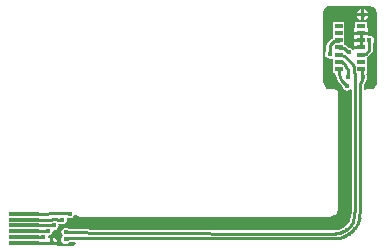
<source format=gbr>
%TF.GenerationSoftware,Altium Limited,Altium Designer,21.8.1 (53)*%
G04 Layer_Physical_Order=2*
G04 Layer_Color=16711680*
%FSLAX45Y45*%
%MOMM*%
%TF.SameCoordinates,7374835A-4B4A-4399-96A1-91FF428CB2AC*%
%TF.FilePolarity,Positive*%
%TF.FileFunction,Copper,L2,Bot,Signal*%
%TF.Part,Single*%
G01*
G75*
%TA.AperFunction,Conductor*%
%ADD11C,0.25400*%
%TA.AperFunction,SMDPad,CuDef*%
%ADD13R,2.50000X0.30000*%
%TA.AperFunction,ViaPad*%
%ADD17C,0.45000*%
%TA.AperFunction,ConnectorPad*%
%ADD18R,0.66000X0.40000*%
G36*
X2746270Y2061182D02*
X2746289Y2061185D01*
X2746307Y2061182D01*
X3072008Y2061182D01*
X3072018Y2061184D01*
X3072029Y2061182D01*
X3078717Y2061187D01*
X3091838Y2058587D01*
X3104198Y2053475D01*
X3115321Y2046046D01*
X3124777Y2036590D01*
X3132205Y2025468D01*
X3137318Y2013108D01*
X3139917Y1999989D01*
X3139911Y1993303D01*
X3139913Y1993290D01*
X3139911Y1993278D01*
X3139908Y1408343D01*
X3139908Y1408339D01*
X3139908Y1408336D01*
X3139910Y1400809D01*
X3136305Y1386196D01*
X3129302Y1372876D01*
X3119308Y1361624D01*
X3113710Y1357775D01*
X3112197Y1356856D01*
X3107618Y1354868D01*
X3102809Y1353522D01*
X3097861Y1352842D01*
X3095366Y1352843D01*
X3095365Y1352842D01*
X3095364Y1352843D01*
X3056947Y1352842D01*
X3047036Y1350871D01*
X3043096Y1348238D01*
X3033646Y1351529D01*
X3030396Y1354046D01*
X3030396Y1376887D01*
X3031406Y1389572D01*
X3031433Y1389637D01*
X3031432Y1389638D01*
X3036309Y1399814D01*
X3040773Y1405148D01*
X3043034Y1409114D01*
X3045572Y1412912D01*
X3045771Y1413915D01*
X3046278Y1414803D01*
X3046850Y1419336D01*
X3047740Y1423814D01*
Y1425766D01*
X3050212Y1427418D01*
X3058553Y1439902D01*
X3061483Y1454627D01*
X3058553Y1469352D01*
X3052263Y1478768D01*
X3052894Y1480491D01*
X3057748Y1491468D01*
X3057748Y1491468D01*
X3057747Y1491468D01*
Y1551468D01*
Y1627196D01*
X3060222Y1627689D01*
X3069464Y1633864D01*
X3100391Y1664790D01*
X3100391Y1664791D01*
X3106567Y1674033D01*
X3108735Y1684935D01*
X3108735Y1684936D01*
Y1742804D01*
X3115798Y1753375D01*
X3118727Y1768100D01*
X3115798Y1782825D01*
X3107457Y1795309D01*
X3094973Y1803650D01*
X3080248Y1806579D01*
X3077725Y1806077D01*
X3068062Y1814008D01*
X2951107D01*
Y1781308D01*
Y1779407D01*
X3009507D01*
Y1754007D01*
X2951107D01*
Y1719408D01*
X3009507D01*
Y1694008D01*
X2951107D01*
Y1690377D01*
X2939333Y1682863D01*
X2938407Y1682985D01*
X2930640Y1694611D01*
X2918156Y1702952D01*
X2903431Y1705881D01*
X2900597Y1705317D01*
X2886363Y1719551D01*
X2877121Y1725727D01*
X2867747Y1727591D01*
Y1851467D01*
Y1921947D01*
X2771267D01*
Y1851467D01*
Y1786219D01*
X2768792Y1785726D01*
X2759550Y1779551D01*
X2759550Y1779550D01*
X2724843Y1744844D01*
X2718668Y1735602D01*
X2716500Y1724701D01*
X2716500Y1724699D01*
Y1678882D01*
X2716091Y1678609D01*
X2707750Y1666125D01*
X2704821Y1651400D01*
X2707750Y1636675D01*
X2716091Y1624191D01*
X2728575Y1615850D01*
X2743300Y1612921D01*
X2758025Y1615850D01*
X2758567Y1616212D01*
X2767081Y1613031D01*
X2771267Y1609424D01*
Y1491468D01*
X2782685D01*
X2785381Y1488664D01*
X2791024Y1482183D01*
X2792155Y1476980D01*
X2793206Y1471741D01*
X2793336Y1471547D01*
X2793385Y1471322D01*
X2815237Y1421084D01*
X2817965Y1417152D01*
X2820472Y1413076D01*
X2851623Y1379487D01*
X2854450Y1365275D01*
X2862791Y1352791D01*
X2875275Y1344450D01*
X2890000Y1341521D01*
X2904725Y1344450D01*
X2916944Y1352614D01*
X2918639Y1352302D01*
X2929644Y1348541D01*
Y340617D01*
X2928812Y321346D01*
X2928907Y320729D01*
X2928785Y320118D01*
Y312411D01*
X2928951Y311579D01*
X2925162Y273111D01*
X2917534Y247964D01*
X2917459Y247935D01*
X2917186Y247278D01*
X2916285Y245567D01*
X2911494Y236528D01*
X2900625Y218453D01*
X2898883Y216239D01*
X2882942Y200532D01*
X2882877Y200470D01*
X2873194Y192365D01*
X2865086Y185718D01*
X2857280Y180143D01*
X2847007Y174473D01*
X2846687Y174341D01*
X2845624Y173820D01*
X2836374Y169454D01*
X2827937Y166523D01*
X2827452Y166323D01*
X2818974Y163536D01*
X2809600Y161681D01*
X2809117Y161481D01*
X2795494Y159688D01*
X2794542Y159877D01*
X1902179D01*
X1578017Y163591D01*
X1577940Y163577D01*
X1577865Y163593D01*
X1577574Y163595D01*
X1577487Y163578D01*
X1577400Y163595D01*
X878248D01*
X537143Y170288D01*
X525815Y177856D01*
X511090Y180785D01*
X496365Y177856D01*
X483881Y169515D01*
X475540Y157031D01*
X472611Y142306D01*
X475540Y127581D01*
X483881Y115097D01*
X477275Y104237D01*
X471990Y96327D01*
X469061Y81602D01*
X471990Y66876D01*
X480332Y54393D01*
X492815Y46051D01*
X507541Y43122D01*
X522266Y46051D01*
X534750Y54393D01*
X539300Y61204D01*
X540885Y62262D01*
X588784D01*
X593699Y50552D01*
X569503Y25896D01*
X446022Y25896D01*
X438091Y36690D01*
X390000D01*
Y49390D01*
X377300D01*
Y95702D01*
X371310Y94511D01*
X369834Y93524D01*
X358139Y99830D01*
X358139Y99831D01*
X358142Y99854D01*
X358143Y99858D01*
X358144Y99863D01*
X360476Y111996D01*
X375201Y114925D01*
X387685Y123266D01*
X396026Y135750D01*
X398955Y150475D01*
X398442Y153053D01*
X407422Y162034D01*
X410000Y161521D01*
X424725Y164450D01*
X437209Y172791D01*
X445550Y185275D01*
X448479Y200000D01*
X446726Y208812D01*
X448318Y211346D01*
X464165Y215191D01*
X465275Y214450D01*
X480000Y211521D01*
X494725Y214450D01*
X507209Y222791D01*
X515550Y235275D01*
X518479Y250000D01*
X516671Y259093D01*
X528100Y266730D01*
X532346Y263894D01*
X547072Y260964D01*
X561797Y263894D01*
X574281Y272235D01*
X582622Y284718D01*
X583961Y291455D01*
X597742Y295635D01*
X611211Y282166D01*
X619612Y276552D01*
X629523Y274581D01*
X2745466Y274582D01*
X2746717Y274831D01*
X2747985Y274705D01*
X2757072Y275593D01*
X2760716Y276695D01*
X2764451Y277436D01*
X2781244Y284383D01*
X2781248Y284385D01*
X2781251Y284386D01*
X2785363Y287132D01*
X2789649Y289993D01*
X2789651Y289996D01*
X2789654Y289998D01*
X2802507Y302846D01*
X2802510Y302850D01*
X2802513Y302852D01*
X2805302Y307027D01*
X2808123Y311247D01*
X2808124Y311251D01*
X2808126Y311254D01*
X2815079Y328045D01*
X2815821Y331779D01*
X2816925Y335424D01*
X2817817Y344511D01*
X2817691Y345784D01*
X2817940Y347038D01*
X2817997Y1317897D01*
X2816026Y1327808D01*
X2810412Y1336210D01*
X2799740Y1346883D01*
X2799739Y1346884D01*
X2795551Y1349683D01*
X2791339Y1352497D01*
X2781428Y1354469D01*
X2724460D01*
X2724101Y1354489D01*
X2721973Y1354960D01*
X2719949Y1355767D01*
X2718079Y1356889D01*
X2717796Y1357128D01*
X2711418Y1363157D01*
X2700541Y1378717D01*
X2693032Y1396155D01*
X2689201Y1414749D01*
X2689204Y1424243D01*
X2689203Y1424247D01*
X2689204Y1424251D01*
X2689204Y2004078D01*
X2689200Y2004098D01*
X2689204Y2004117D01*
X2689196Y2009739D01*
X2691377Y2020770D01*
X2695674Y2031164D01*
X2701917Y2040515D01*
X2709870Y2048468D01*
X2719222Y2054712D01*
X2729615Y2059008D01*
X2740648Y2061190D01*
X2746270Y2061182D01*
D02*
G37*
%LPC*%
G36*
X3034200Y2029712D02*
Y1996100D01*
X3067812D01*
X3066621Y2002089D01*
X3056034Y2017934D01*
X3040189Y2028521D01*
X3034200Y2029712D01*
D02*
G37*
G36*
X3008800D02*
X3002810Y2028521D01*
X2986966Y2017934D01*
X2976379Y2002089D01*
X2975188Y1996100D01*
X3008800D01*
Y2029712D01*
D02*
G37*
G36*
X3067812Y1970700D02*
X3034200D01*
Y1937088D01*
X3040189Y1938279D01*
X3056034Y1948866D01*
X3066621Y1964710D01*
X3067812Y1970700D01*
D02*
G37*
G36*
X3008800D02*
X2975188D01*
X2976379Y1964710D01*
X2986966Y1948866D01*
X3002810Y1938279D01*
X3008800Y1937088D01*
Y1970700D01*
D02*
G37*
G36*
X3057747Y1921947D02*
X2961267D01*
Y1872108D01*
X2951107D01*
Y1839408D01*
X3067907D01*
Y1872108D01*
X3057747D01*
Y1921947D01*
D02*
G37*
G36*
X402700Y95702D02*
Y62090D01*
X436312D01*
X435121Y68080D01*
X424534Y83924D01*
X408690Y94511D01*
X402700Y95702D01*
D02*
G37*
%LPD*%
D11*
X2869406Y108096D02*
G03*
X2869405Y108095I9719J-23468D01*
G01*
X2878804Y112269D02*
G03*
X2883129Y114691I-30089J58789D01*
G01*
X2934700Y1567349D02*
G03*
X2916122Y1590431I-111741J-70918D01*
G01*
X2915446Y1591006D02*
G03*
X2915336Y1591100I-16556J-19263D01*
G01*
X2959258Y1434652D02*
G03*
X2958131Y1427281I24272J-7485D01*
G01*
X2881611Y1546169D02*
G03*
X2879281Y1558851I-186274J-27662D01*
G01*
X2881612Y1546169D02*
G03*
X2882678Y1541917I25079J4026D01*
G01*
X2879281Y1558851D02*
G03*
X2859704Y1578187I-24792J-5523D01*
G01*
X3011351Y1414705D02*
G03*
X3001913Y1390082I29164J-25299D01*
G01*
X3001912Y1390035D02*
G03*
X3001909Y1389628I25398J-399D01*
G01*
X2858047Y147379D02*
G03*
X2859774Y148183I-9850J23413D01*
G01*
X2942483Y232783D02*
G03*
X2944655Y237337I-21728J13155D01*
G01*
X2859884Y148240D02*
G03*
X2859785Y148189I18554J-36158D01*
G01*
X2794542Y131390D02*
G03*
X2813306Y132573I0J149426D01*
G01*
X2813442Y132590D02*
G03*
X2816724Y133246I-3326J25182D01*
G01*
X2862068Y149449D02*
G03*
X2862076Y149454I-13353J21608D01*
G01*
X2860082Y148341D02*
G03*
X2862068Y149449I-11366J22716D01*
G01*
X2838887Y139443D02*
G03*
X2838893Y139446I-9943J23373D01*
G01*
X2835599Y138304D02*
G03*
X2838887Y139443I-6655J24513D01*
G01*
X2883369Y162739D02*
G03*
X2883384Y162752I-15813J19878D01*
G01*
X2883198Y162605D02*
G03*
X2883369Y162739I-15642J20012D01*
G01*
X2891947Y169602D02*
G03*
X2893907Y171343I-15867J19834D01*
G01*
X2951626Y261792D02*
G03*
X2957273Y312411I-224036J50618D01*
G01*
X2944704Y237471D02*
G03*
X2951626Y261792I-217114J74939D01*
G01*
X2996918Y259704D02*
G03*
X3000500Y300477I-230269J40774D01*
G01*
X2995032Y253961D02*
G03*
X2995337Y254874I-62466J21435D01*
G01*
X2806763Y90753D02*
G03*
X2810386Y91025I-86J25401D01*
G01*
X2819962Y92469D02*
G03*
X2826905Y93901I-9846J65302D01*
G01*
X2846245Y99083D02*
G03*
X2854115Y101761I-17301J63733D01*
G01*
X2901653Y125999D02*
G03*
X2908630Y130904I-34411J56367D01*
G01*
X2918975Y139180D02*
G03*
X2920934Y140921I-15868J19835D01*
G01*
X2952321Y171846D02*
G03*
X2956284Y176871I-17805J18115D01*
G01*
X3001900Y326707D02*
G03*
X3001901Y327111I-254000J404D01*
G01*
X3000500Y300478D02*
G03*
X3001900Y326707I-252600J26633D01*
G01*
X2842118Y1581915D02*
G03*
X2839807Y1582282I-5147J-24873D01*
G01*
X150853Y99965D02*
X319525D01*
X360205Y150270D02*
X360476Y150000D01*
X298497D02*
X298767Y150270D01*
X160000Y150000D02*
X298497D01*
X298767Y150270D02*
X360205D01*
X360476Y150000D02*
Y150475D01*
X511291Y85352D02*
X525150D01*
X530548Y90750D02*
X2806760D01*
X507541Y81602D02*
X511291Y85352D01*
X525150D02*
X530548Y90750D01*
X511090Y142306D02*
X877974Y135108D01*
X1577400D01*
X200000Y250000D02*
X388667D01*
X431333D02*
X480000D01*
X388667D02*
X389107Y250440D01*
X430893D01*
X431333Y250000D01*
X2878577Y112081D02*
X2878722Y112226D01*
X2878437Y112081D02*
X2878438D01*
X2878438Y112081D01*
X2869406Y108096D02*
X2873671Y109862D01*
X2867076Y107130D02*
X2869405Y108095D01*
X2878438Y112081D02*
X2878577D01*
X2878722Y112226D02*
X2878804Y112269D01*
X409016Y200984D02*
X410000Y200000D01*
X249307Y200984D02*
X409016D01*
X319525Y99965D02*
X319660Y99830D01*
X155710Y49390D02*
X390000D01*
X2948567Y1495135D02*
Y1553482D01*
X2934700Y1567349D02*
X2948567Y1553482D01*
X2806760Y90750D02*
X2806763Y90753D01*
X248731Y299266D02*
X472575Y305713D01*
X514360D01*
X547072Y299444D01*
X2743300Y1651400D02*
X2744987Y1653087D01*
Y1724701D01*
X2779694Y1759407D01*
X2812207D02*
X2819507Y1766707D01*
X2779694Y1759407D02*
X2812207D01*
X3009507Y1766707D02*
Y1826708D01*
Y1706708D02*
Y1766707D01*
X2895704Y1453340D02*
Y1524324D01*
X2885088Y1534940D02*
X2895704Y1524324D01*
X2841360Y1432447D02*
X2890000Y1380000D01*
X2819507Y1482844D02*
X2819507Y1482685D01*
X2841360Y1432447D01*
X2819507Y1482844D02*
Y1526708D01*
X2882678Y1541917D02*
X2885088Y1534940D01*
X2898225Y1667402D02*
X2903431D01*
X2866219Y1699408D02*
X2898225Y1667402D01*
X2826807Y1699408D02*
X2866219D01*
X2839807Y1639408D02*
X2864080Y1634647D01*
X2819507Y1706708D02*
X2826807Y1699408D01*
X2864080Y1634647D02*
X2915336Y1591100D01*
X2916119Y1590434D02*
X2916122Y1590431D01*
X2915446Y1591006D02*
X2916119Y1590434D01*
X2948567Y1495135D02*
X2959258Y1484443D01*
X2958131Y340000D02*
Y1427281D01*
X2959258Y1434652D02*
Y1484443D01*
X2842118Y1581914D02*
X2859704Y1578187D01*
X2881611Y1546169D02*
X2881612D01*
X3019253Y1423814D02*
Y1450877D01*
X3001901Y327111D02*
Y358084D01*
X3001912Y1390035D02*
X3001913Y1390082D01*
X3001901Y358084D02*
X3001909Y1389628D01*
X3011351Y1414705D02*
X3019253Y1423814D01*
Y1450877D02*
X3023003Y1454627D01*
X2883129Y114691D02*
X2901653Y125999D01*
X2819507Y1646708D02*
X2839807Y1639408D01*
X2859774Y148183D02*
X2859785Y148189D01*
X2859884Y148240D02*
X2860082Y148341D01*
X2862076Y149454D02*
X2880246Y160546D01*
X2920161Y197211D02*
X2924119Y202244D01*
X2942483Y232783D01*
X2840031Y139917D02*
X2842008Y140735D01*
X2855066Y146144D01*
X2944655Y237337D02*
X2944703Y237471D01*
X2838893Y139446D02*
X2840031Y139917D01*
X2893907Y171343D02*
X2920161Y197211D01*
X2880246Y160546D02*
X2883198Y162605D01*
X2839807Y1579408D02*
Y1582282D01*
X3049321Y1654008D02*
X3080248Y1684935D01*
Y1768100D01*
X2813306Y132572D02*
X2813442Y132590D01*
X2858023Y147369D02*
X2858047Y147379D01*
X2855066Y146144D02*
X2858023Y147369D01*
X2883384Y162752D02*
X2891947Y169602D01*
X2957273Y312411D02*
Y320118D01*
X2958131Y340000D01*
X2996918Y259702D02*
X2996918Y259704D01*
X2995337Y254874D02*
X2996918Y259702D01*
X2810462Y91037D02*
X2819962Y92469D01*
X2810386Y91025D02*
X2810462Y91037D01*
X2854115Y101761D02*
X2867076Y107130D01*
X2908630Y130904D02*
X2918975Y139180D01*
X2984919Y224491D02*
X2995032Y253961D01*
X2920934Y140921D02*
X2952321Y171846D01*
X2956284Y176871D02*
X2984919Y224491D01*
X1577400Y135108D02*
X1577691Y135106D01*
X1902008Y131390D02*
X2794542D01*
X1577691Y135106D02*
X1902008Y131390D01*
X2826905Y93901D02*
X2846245Y99083D01*
X2816724Y133246D02*
X2835599Y138304D01*
X2819507Y1586708D02*
X2838892Y1579736D01*
X2839807Y1579408D01*
X3009507Y1526708D02*
X3011953D01*
X3009507Y1646708D02*
X3016807Y1654008D01*
X3011953Y1526708D02*
X3019253Y1519408D01*
Y1458377D02*
X3023003Y1454627D01*
X3019253Y1458377D02*
Y1519408D01*
X3016807Y1654008D02*
X3049321D01*
D13*
X155000Y300100D02*
D03*
Y250100D02*
D03*
Y200100D02*
D03*
Y150100D02*
D03*
Y100100D02*
D03*
Y50100D02*
D03*
D17*
X511090Y142306D02*
D03*
X507541Y81602D02*
D03*
X410000Y200000D02*
D03*
X319660Y99830D02*
D03*
X390000Y49390D02*
D03*
X480000Y250000D02*
D03*
X360476Y150475D02*
D03*
X547072Y299444D02*
D03*
X2743300Y1651400D02*
D03*
X2895704Y1453340D02*
D03*
X2903431Y1667402D02*
D03*
X3080248Y1768100D02*
D03*
X2890000Y1380000D02*
D03*
X3023003Y1454627D02*
D03*
X3021500Y1983400D02*
D03*
D18*
X3009507Y1526708D02*
D03*
Y1586708D02*
D03*
Y1646708D02*
D03*
Y1706708D02*
D03*
Y1766707D02*
D03*
Y1826708D02*
D03*
Y1886707D02*
D03*
X2819507D02*
D03*
Y1826708D02*
D03*
Y1766707D02*
D03*
Y1706708D02*
D03*
Y1646708D02*
D03*
Y1586708D02*
D03*
Y1526708D02*
D03*
%TF.MD5,ba40c953574e3eebe0edc7c48f6e7c33*%
M02*

</source>
